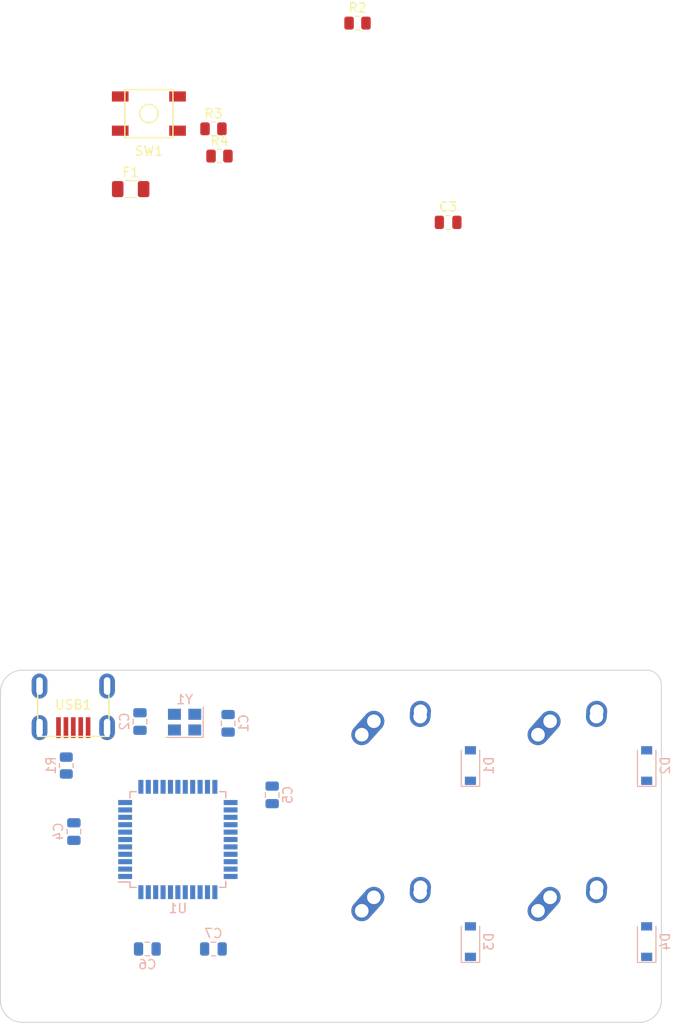
<source format=kicad_pcb>
(kicad_pcb (version 20211014) (generator pcbnew)
  (layers (0 "F.Cu" signal) (31 "B.Cu" signal) (34 "B.Paste" user) (35 "F.Paste" user) (36 "B.SilkS" user "B.Silkscreen") (37 "F.SilkS" user "F.Silkscreen") (38 "B.Mask" user) (39 "F.Mask" user) (44 "Edge.Cuts" user))
  (net 0 "")
  (net 1 "+5V")
  (net 2 "Net-(C1-Pad2)")
  (net 3 "Net-(C2-Pad2)")
  (net 4 "Net-(C3-Pad1)")
  (net 5 "ROW0")
  (net 6 "Net-(D1-Pad2)")
  (net 7 "Net-(D2-Pad2)")
  (net 8 "ROW1")
  (net 9 "Net-(D3-Pad2)")
  (net 10 "Net-(D4-Pad2)")
  (net 11 "VCC")
  (net 12 "COL0")
  (net 13 "COL1")
  (net 14 "Net-(R1-Pad1)")
  (net 15 "Net-(R2-Pad2)")
  (net 16 "D +")
  (net 17 "Net-(R3-Pad2)")
  (net 18 "D -")
  (net 19 "Net-(R4-Pad2)")
  (net 44 "GND")
  (footprint "random-keyboard-parts:Molex-0548190589" (layer "F.Cu") (at 61.849 104.902 -90)
    (fp_text reference "USB1" (at 2.032 0) (layer "F.SilkS"))
    (fp_text value "Molex-0548190589")
    (fp_line (start 5.45 -3.85) (end 5.45 3.85) (layer "F.SilkS") (width 0.15))
    (fp_line (start 0 -3.85) (end 5.45 -3.85) (layer "F.SilkS") (width 0.15))
    (fp_line (start 0 3.85) (end 5.45 3.85) (layer "F.SilkS") (width 0.15))
    (pad "1" smd rect locked (at 4.5 1.6 270) (size 2.25 0.5) (layers "F.Cu" "F.Paste" "F.Mask") (net 44 "GND"))
    (pad "2" smd rect locked (at 4.5 0.8 270) (size 2.25 0.5) (layers "F.Cu" "F.Paste" "F.Mask"))
    (pad "3" smd rect locked (at 4.5 0 270) (size 2.25 0.5) (layers "F.Cu" "F.Paste" "F.Mask") (net 16 "D +"))
    (pad "4" smd rect locked (at 4.5 -0.8 270) (size 2.25 0.5) (layers "F.Cu" "F.Paste" "F.Mask") (net 18 "D -"))
    (pad "5" smd rect locked (at 4.5 -1.6 270) (size 2.25 0.5) (layers "F.Cu" "F.Paste" "F.Mask"))
    (pad "6" thru_hole oval locked (at 0 -3.65 270) (size 2.7 1.7) (drill oval 1.9 0.7) (layers *.Cu *.Mask) (net 11 "VCC"))
    (pad "6" thru_hole oval locked (at 0 3.65 270) (size 2.7 1.7) (drill oval 1.9 0.7) (layers *.Cu *.Mask) (net 11 "VCC"))
    (pad "6" thru_hole oval locked (at 4.5 -3.65 270) (size 2.7 1.7) (drill oval 1.9 0.7) (layers *.Cu *.Mask) (net 11 "VCC"))
    (pad "6" thru_hole oval locked (at 4.5 3.65 270) (size 2.7 1.7) (drill oval 1.9 0.7) (layers *.Cu *.Mask) (net 11 "VCC"))
  )
  (footprint "MX_Alps_Hybrid:MX-1U-NoLED" (layer "F.Cu") (at 115.8875 131.7625)
    (fp_text reference "MX4")
    (fp_text value "MX-NoLED")
    (pad "" np_thru_hole circle locked (at 5.08 0 48.0996) (size 1.75 1.75) (drill 1.75) (layers *.Cu *.Mask))
    (pad "" np_thru_hole circle locked (at -5.08 0 48.0996) (size 1.75 1.75) (drill 1.75) (layers *.Cu *.Mask))
    (pad "" np_thru_hole circle locked (at 0 0) (size 3.9878 3.9878) (drill 3.9878) (layers *.Cu *.Mask))
    (pad "1" thru_hole oval locked (at -3.81 -2.54 48.0996) (size 4.211556 2.25) (drill 1.47 (offset 0.980778 0)) (layers *.Cu "B.Mask") (net 13 "COL1"))
    (pad "1" thru_hole circle locked (at -2.5 -4) (size 2.25 2.25) (drill 1.47) (layers *.Cu "B.Mask") (net 13 "COL1"))
    (pad "2" thru_hole circle locked (at 2.54 -5.08) (size 2.25 2.25) (drill 1.47) (layers *.Cu "B.Mask") (net 10 "Net-(D4-Pad2)"))
    (pad "2" thru_hole oval locked (at 2.5 -4.5 86.0548) (size 2.831378 2.25) (drill 1.47 (offset 0.290689 0)) (layers *.Cu "B.Mask") (net 10 "Net-(D4-Pad2)"))
  )
  (footprint "Capacitor_SMD:C_0805_2012Metric" (layer "F.Cu") (at 102.362 54.737)
    (fp_text reference "C3" (at 0 -1.68) (layer "F.SilkS"))
    (fp_text value "1uF")
    (fp_line (start -0.261252 0.735) (end 0.261252 0.735) (layer "F.SilkS") (width 0.12))
    (fp_line (start -0.261252 -0.735) (end 0.261252 -0.735) (layer "F.SilkS") (width 0.12))
    (pad "1" smd roundrect (at -0.95 0) (size 1 1.45) (layers "F.Cu" "F.Paste" "F.Mask") (net 4 "Net-(C3-Pad1)"))
    (pad "2" smd roundrect (at 0.95 0) (size 1 1.45) (layers "F.Cu" "F.Paste" "F.Mask") (net 1 "+5V"))
  )
  (footprint "Resistor_SMD:R_0805_2012Metric" (layer "F.Cu") (at 77.64875 47.5675)
    (fp_text reference "R4" (at 0 -1.65) (layer "F.SilkS"))
    (fp_text value "22")
    (fp_line (start -0.227064 -0.735) (end 0.227064 -0.735) (layer "F.SilkS") (width 0.12))
    (fp_line (start -0.227064 0.735) (end 0.227064 0.735) (layer "F.SilkS") (width 0.12))
    (pad "1" smd roundrect (at -0.9125 0) (size 1.025 1.4) (layers "F.Cu" "F.Paste" "F.Mask") (roundrect_rratio 0.243902) (net 18 "D -"))
    (pad "2" smd roundrect (at 0.9125 0) (size 1.025 1.4) (layers "F.Cu" "F.Paste" "F.Mask") (roundrect_rratio 0.243902) (net 19 "Net-(R4-Pad2)"))
  )
  (footprint "MX_Alps_Hybrid:MX-1U-NoLED" (layer "F.Cu") (at 96.8375 112.7125)
    (fp_text reference "MX1")
    (fp_text value "MX-NoLED")
    (pad "" np_thru_hole circle locked (at 0 0) (size 3.9878 3.9878) (drill 3.9878) (layers *.Cu *.Mask))
    (pad "" np_thru_hole circle locked (at 5.08 0 48.0996) (size 1.75 1.75) (drill 1.75) (layers *.Cu *.Mask))
    (pad "" np_thru_hole circle locked (at -5.08 0 48.0996) (size 1.75 1.75) (drill 1.75) (layers *.Cu *.Mask))
    (pad "1" thru_hole oval locked (at -3.81 -2.54 48.0996) (size 4.211556 2.25) (drill 1.47 (offset 0.980778 0)) (layers *.Cu "B.Mask") (net 12 "COL0"))
    (pad "1" thru_hole circle locked (at -2.5 -4) (size 2.25 2.25) (drill 1.47) (layers *.Cu "B.Mask") (net 12 "COL0"))
    (pad "2" thru_hole circle locked (at 2.54 -5.08) (size 2.25 2.25) (drill 1.47) (layers *.Cu "B.Mask") (net 6 "Net-(D1-Pad2)"))
    (pad "2" thru_hole oval locked (at 2.5 -4.5 86.0548) (size 2.831378 2.25) (drill 1.47 (offset 0.290689 0)) (layers *.Cu "B.Mask") (net 6 "Net-(D1-Pad2)"))
  )
  (footprint "MX_Alps_Hybrid:MX-1U-NoLED" (layer "F.Cu") (at 115.8875 112.7125)
    (fp_text reference "MX2")
    (fp_text value "MX-NoLED")
    (pad "" np_thru_hole circle locked (at 0 0) (size 3.9878 3.9878) (drill 3.9878) (layers *.Cu *.Mask))
    (pad "" np_thru_hole circle locked (at 5.08 0 48.0996) (size 1.75 1.75) (drill 1.75) (layers *.Cu *.Mask))
    (pad "" np_thru_hole circle locked (at -5.08 0 48.0996) (size 1.75 1.75) (drill 1.75) (layers *.Cu *.Mask))
    (pad "1" thru_hole oval locked (at -3.81 -2.54 48.0996) (size 4.211556 2.25) (drill 1.47 (offset 0.980778 0)) (layers *.Cu "B.Mask") (net 13 "COL1"))
    (pad "1" thru_hole circle locked (at -2.5 -4) (size 2.25 2.25) (drill 1.47) (layers *.Cu "B.Mask") (net 13 "COL1"))
    (pad "2" thru_hole oval locked (at 2.5 -4.5 86.0548) (size 2.831378 2.25) (drill 1.47 (offset 0.290689 0)) (layers *.Cu "B.Mask") (net 7 "Net-(D2-Pad2)"))
    (pad "2" thru_hole circle locked (at 2.54 -5.08) (size 2.25 2.25) (drill 1.47) (layers *.Cu "B.Mask") (net 7 "Net-(D2-Pad2)"))
  )
  (footprint "random-keyboard-parts:SKQG-1155865" (layer "F.Cu") (at 70.01875 42.9675)
    (fp_text reference "SW1" (at 0 4.064) (layer "F.SilkS"))
    (fp_text value "SW_Push")
    (fp_line (start -2.6 -2.6) (end 2.6 -2.6) (layer "F.SilkS") (width 0.15))
    (fp_line (start 2.6 2.6) (end -2.6 2.6) (layer "F.SilkS") (width 0.15))
    (fp_line (start 2.6 -2.6) (end 2.6 2.6) (layer "F.SilkS") (width 0.15))
    (fp_line (start -2.6 2.6) (end -2.6 -2.6) (layer "F.SilkS") (width 0.15))
    (fp_circle (center 0 0) (end 1 0) (layer "F.SilkS") (width 0.15) (fill none))
    (pad "1" smd rect locked (at 3.1 1.85) (size 1.8 1.1) (layers "F.Cu" "F.Paste" "F.Mask") (net 1 "+5V"))
    (pad "2" smd rect locked (at -3.1 -1.85) (size 1.8 1.1) (layers "F.Cu" "F.Paste" "F.Mask") (net 15 "Net-(R2-Pad2)"))
    (pad "3" smd rect locked (at 3.1 -1.85) (size 1.8 1.1) (layers "F.Cu" "F.Paste" "F.Mask"))
    (pad "4" smd rect locked (at -3.1 1.85) (size 1.8 1.1) (layers "F.Cu" "F.Paste" "F.Mask"))
  )
  (footprint "Resistor_SMD:R_0805_2012Metric" (layer "F.Cu") (at 92.56875 33.1775)
    (fp_text reference "R2" (at 0 -1.65) (layer "F.SilkS"))
    (fp_text value "10k")
    (fp_line (start -0.227064 0.735) (end 0.227064 0.735) (layer "F.SilkS") (width 0.12))
    (fp_line (start -0.227064 -0.735) (end 0.227064 -0.735) (layer "F.SilkS") (width 0.12))
    (pad "1" smd roundrect (at -0.9125 0) (size 1.025 1.4) (layers "F.Cu" "F.Paste" "F.Mask") (roundrect_rratio 0.243902) (net 1 "+5V"))
    (pad "2" smd roundrect (at 0.9125 0) (size 1.025 1.4) (layers "F.Cu" "F.Paste" "F.Mask") (roundrect_rratio 0.243902) (net 15 "Net-(R2-Pad2)"))
  )
  (footprint "MX_Alps_Hybrid:MX-1U-NoLED" (layer "F.Cu") (at 96.8375 131.7625)
    (fp_text reference "MX3")
    (fp_text value "MX-NoLED")
    (pad "" np_thru_hole circle locked (at 5.08 0 48.0996) (size 1.75 1.75) (drill 1.75) (layers *.Cu *.Mask))
    (pad "" np_thru_hole circle locked (at 0 0) (size 3.9878 3.9878) (drill 3.9878) (layers *.Cu *.Mask))
    (pad "" np_thru_hole circle locked (at -5.08 0 48.0996) (size 1.75 1.75) (drill 1.75) (layers *.Cu *.Mask))
    (pad "1" thru_hole circle locked (at -2.5 -4) (size 2.25 2.25) (drill 1.47) (layers *.Cu "B.Mask") (net 12 "COL0"))
    (pad "1" thru_hole oval locked (at -3.81 -2.54 48.0996) (size 4.211556 2.25) (drill 1.47 (offset 0.980778 0)) (layers *.Cu "B.Mask") (net 12 "COL0"))
    (pad "2" thru_hole circle locked (at 2.54 -5.08) (size 2.25 2.25) (drill 1.47) (layers *.Cu "B.Mask") (net 9 "Net-(D3-Pad2)"))
    (pad "2" thru_hole oval locked (at 2.5 -4.5 86.0548) (size 2.831378 2.25) (drill 1.47 (offset 0.290689 0)) (layers *.Cu "B.Mask") (net 9 "Net-(D3-Pad2)"))
  )
  (footprint "Fuse:Fuse_1206_3216Metric" (layer "F.Cu") (at 68.04875 51.1375)
    (fp_text reference "F1" (at 0 -1.82) (layer "F.SilkS"))
    (fp_text value "500mA")
    (fp_line (start -0.602064 -0.91) (end 0.602064 -0.91) (layer "F.SilkS") (width 0.12))
    (fp_line (start -0.602064 0.91) (end 0.602064 0.91) (layer "F.SilkS") (width 0.12))
    (pad "1" smd roundrect (at -1.4 0) (size 1.25 1.75) (layers "F.Cu" "F.Paste" "F.Mask") (roundrect_rratio 0.2) (net 11 "VCC"))
    (pad "2" smd roundrect (at 1.4 0) (size 1.25 1.75) (layers "F.Cu" "F.Paste" "F.Mask") (roundrect_rratio 0.2) (net 1 "+5V"))
  )
  (footprint "Resistor_SMD:R_0805_2012Metric" (layer "F.Cu") (at 76.99875 44.6175)
    (fp_text reference "R3" (at 0 -1.65) (layer "F.SilkS"))
    (fp_text value "22")
    (fp_line (start -0.227064 0.735) (end 0.227064 0.735) (layer "F.SilkS") (width 0.12))
    (fp_line (start -0.227064 -0.735) (end 0.227064 -0.735) (layer "F.SilkS") (width 0.12))
    (pad "1" smd roundrect (at -0.9125 0) (size 1.025 1.4) (layers "F.Cu" "F.Paste" "F.Mask") (roundrect_rratio 0.243902) (net 16 "D +"))
    (pad "2" smd roundrect (at 0.9125 0) (size 1.025 1.4) (layers "F.Cu" "F.Paste" "F.Mask") (roundrect_rratio 0.243902) (net 17 "Net-(R3-Pad2)"))
  )
  (footprint "Diode_SMD:D_SOD-123" (layer "B.Cu") (at 123.825 113.50625 90)
    (fp_text reference "D2" (at 0 2 90) (layer "B.SilkS") (effects (justify mirror)))
    (fp_text value "D_Small")
    (fp_line (start -2.25 1) (end -2.25 -1) (layer "B.SilkS") (width 0.12))
    (fp_line (start -2.25 -1) (end 1.65 -1) (layer "B.SilkS") (width 0.12))
    (fp_line (start -2.25 1) (end 1.65 1) (layer "B.SilkS") (width 0.12))
    (pad "1" smd rect (at -1.65 0 90) (size 0.9 1.2) (layers "B.Cu" "B.Paste" "B.Mask") (net 5 "ROW0"))
    (pad "2" smd rect (at 1.65 0 90) (size 0.9 1.2) (layers "B.Cu" "B.Paste" "B.Mask") (net 7 "Net-(D2-Pad2)"))
  )
  (footprint "Crystal:Crystal_SMD_3225-4Pin_3.2x2.5mm" (layer "B.Cu") (at 73.88225 108.80725 180)
    (fp_text reference "Y1" (at 0 2.45) (layer "B.SilkS") (effects (justify mirror)))
    (fp_text value "16MHz")
    (fp_line (start -2 1.65) (end -2 -1.65) (layer "B.SilkS") (width 0.12))
    (fp_line (start -2 -1.65) (end 2 -1.65) (layer "B.SilkS") (width 0.12))
    (pad "1" smd rect (at -1.1 -0.85 180) (size 1.4 1.2) (layers "B.Cu" "B.Paste" "B.Mask") (net 2 "Net-(C1-Pad2)"))
    (pad "2" smd rect (at 1.1 -0.85 180) (size 1.4 1.2) (layers "B.Cu" "B.Paste" "B.Mask") (net 44 "GND"))
    (pad "3" smd rect (at 1.1 0.85 180) (size 1.4 1.2) (layers "B.Cu" "B.Paste" "B.Mask") (net 3 "Net-(C2-Pad2)"))
    (pad "4" smd rect (at -1.1 0.85 180) (size 1.4 1.2) (layers "B.Cu" "B.Paste" "B.Mask") (net 44 "GND"))
  )
  (footprint "Capacitor_SMD:C_0805_2012Metric" (layer "B.Cu") (at 69.05625 108.74375 -90)
    (fp_text reference "C2" (at 0 1.68 90) (layer "B.SilkS") (effects (justify mirror)))
    (fp_text value "22pF")
    (fp_line (start -0.261252 -0.735) (end 0.261252 -0.735) (layer "B.SilkS") (width 0.12))
    (fp_line (start -0.261252 0.735) (end 0.261252 0.735) (layer "B.SilkS") (width 0.12))
    (pad "1" smd roundrect (at -0.95 0 270) (size 1 1.45) (layers "B.Cu" "B.Paste" "B.Mask") (net 3 "Net-(C2-Pad2)"))
    (pad "2" smd roundrect (at 0.95 0 270) (size 1 1.45) (layers "B.Cu" "B.Paste" "B.Mask") (net 44 "GND"))
  )
  (footprint "Capacitor_SMD:C_0805_2012Metric" (layer "B.Cu") (at 83.34375 116.68125 90)
    (fp_text reference "C5" (at 0 1.68 90) (layer "B.SilkS") (effects (justify mirror)))
    (fp_text value "0.1uF")
    (fp_line (start -0.261252 0.735) (end 0.261252 0.735) (layer "B.SilkS") (width 0.12))
    (fp_line (start -0.261252 -0.735) (end 0.261252 -0.735) (layer "B.SilkS") (width 0.12))
    (pad "1" smd roundrect (at -0.95 0 90) (size 1 1.45) (layers "B.Cu" "B.Paste" "B.Mask") (net 1 "+5V"))
    (pad "2" smd roundrect (at 0.95 0 90) (size 1 1.45) (layers "B.Cu" "B.Paste" "B.Mask") (net 44 "GND"))
  )
  (footprint "Diode_SMD:D_SOD-123" (layer "B.Cu") (at 123.825 132.55625 90)
    (fp_text reference "D4" (at 0 2 90) (layer "B.SilkS") (effects (justify mirror)))
    (fp_text value "D_Small")
    (fp_line (start -2.25 1) (end 1.65 1) (layer "B.SilkS") (width 0.12))
    (fp_line (start -2.25 -1) (end 1.65 -1) (layer "B.SilkS") (width 0.12))
    (fp_line (start -2.25 1) (end -2.25 -1) (layer "B.SilkS") (width 0.12))
    (pad "1" smd rect (at -1.65 0 90) (size 0.9 1.2) (layers "B.Cu" "B.Paste" "B.Mask") (net 8 "ROW1"))
    (pad "2" smd rect (at 1.65 0 90) (size 0.9 1.2) (layers "B.Cu" "B.Paste" "B.Mask") (net 10 "Net-(D4-Pad2)"))
  )
  (footprint "Capacitor_SMD:C_0805_2012Metric" (layer "B.Cu") (at 76.99375 133.35 180)
    (fp_text reference "C7" (at 0 1.68) (layer "B.SilkS") (effects (justify mirror)))
    (fp_text value "10uF")
    (fp_line (start -0.261252 -0.735) (end 0.261252 -0.735) (layer "B.SilkS") (width 0.12))
    (fp_line (start -0.261252 0.735) (end 0.261252 0.735) (layer "B.SilkS") (width 0.12))
    (pad "1" smd roundrect (at -0.95 0 180) (size 1 1.45) (layers "B.Cu" "B.Paste" "B.Mask") (net 1 "+5V"))
    (pad "2" smd roundrect (at 0.95 0 180) (size 1 1.45) (layers "B.Cu" "B.Paste" "B.Mask") (net 44 "GND"))
  )
  (footprint "Capacitor_SMD:C_0805_2012Metric" (layer "B.Cu") (at 61.9125 120.65 -90)
    (fp_text reference "C4" (at 0 1.68 90) (layer "B.SilkS") (effects (justify mirror)))
    (fp_text value "0.1uF")
    (fp_line (start -0.261252 0.735) (end 0.261252 0.735) (layer "B.SilkS") (width 0.12))
    (fp_line (start -0.261252 -0.735) (end 0.261252 -0.735) (layer "B.SilkS") (width 0.12))
    (pad "1" smd roundrect (at -0.95 0 270) (size 1 1.45) (layers "B.Cu" "B.Paste" "B.Mask") (net 1 "+5V"))
    (pad "2" smd roundrect (at 0.95 0 270) (size 1 1.45) (layers "B.Cu" "B.Paste" "B.Mask") (net 44 "GND"))
  )
  (footprint "Resistor_SMD:R_0805_2012Metric" (layer "B.Cu") (at 61.08875 113.50625 -90)
    (fp_text reference "R1" (at 0 1.65 90) (layer "B.SilkS") (effects (justify mirror)))
    (fp_text value "10k")
    (fp_line (start -0.227064 -0.735) (end 0.227064 -0.735) (layer "B.SilkS") (width 0.12))
    (fp_line (start -0.227064 0.735) (end 0.227064 0.735) (layer "B.SilkS") (width 0.12))
    (pad "1" smd roundrect (at -0.9125 0 270) (size 1.025 1.4) (layers "B.Cu" "B.Paste" "B.Mask") (roundrect_rratio 0.243902) (net 14 "Net-(R1-Pad1)"))
    (pad "2" smd roundrect (at 0.9125 0 270) (size 1.025 1.4) (layers "B.Cu" "B.Paste" "B.Mask") (roundrect_rratio 0.243902) (net 1 "+5V"))
  )
  (footprint "Capacitor_SMD:C_0805_2012Metric" (layer "B.Cu") (at 69.85 133.35)
    (fp_text reference "C6" (at 0 1.68) (layer "B.SilkS") (effects (justify mirror)))
    (fp_text value "0.1uF")
    (fp_line (start -0.261252 0.735) (end 0.261252 0.735) (layer "B.SilkS") (width 0.12))
    (fp_line (start -0.261252 -0.735) (end 0.261252 -0.735) (layer "B.SilkS") (width 0.12))
    (pad "1" smd roundrect (at -0.95 0) (size 1 1.45) (layers "B.Cu" "B.Paste" "B.Mask") (net 1 "+5V"))
    (pad "2" smd roundrect (at 0.95 0) (size 1 1.45) (layers "B.Cu" "B.Paste" "B.Mask") (net 44 "GND"))
  )
  (footprint "Package_QFP:TQFP-44_10x10mm_P0.8mm" (layer "B.Cu") (at 73.152 121.50725)
    (fp_text reference "U1" (at 0 7.45) (layer "B.SilkS") (effects (justify mirror)))
    (fp_text value "ATmega32U4-AU")
    (fp_line (start -5.175 -5.175) (end -5.175 -4.5) (layer "B.SilkS") (width 0.15))
    (fp_line (start 5.175 -5.175) (end 5.175 -4.5) (layer "B.SilkS") (width 0.15))
    (fp_line (start 5.175 5.175) (end 4.5 5.175) (layer "B.SilkS") (width 0.15))
    (fp_line (start 5.175 -5.175) (end 4.5 -5.175) (layer "B.SilkS") (width 0.15))
    (fp_line (start -5.175 5.175) (end -5.175 4.6) (layer "B.SilkS") (width 0.15))
    (fp_line (start 5.175 5.175) (end 5.175 4.5) (layer "B.SilkS") (width 0.15))
    (fp_line (start -5.175 -5.175) (end -4.5 -5.175) (layer "B.SilkS") (width 0.15))
    (fp_line (start -5.175 4.6) (end -6.45 4.6) (layer "B.SilkS") (width 0.15))
    (fp_line (start -5.175 5.175) (end -4.5 5.175) (layer "B.SilkS") (width 0.15))
    (pad "1" smd rect (at -5.7 4) (size 1.5 0.55) (layers "B.Cu" "B.Paste" "B.Mask"))
    (pad "2" smd rect (at -5.7 3.2) (size 1.5 0.55) (layers "B.Cu" "B.Paste" "B.Mask") (net 1 "+5V"))
    (pad "3" smd rect (at -5.7 2.4) (size 1.5 0.55) (layers "B.Cu" "B.Paste" "B.Mask") (net 19 "Net-(R4-Pad2)"))
    (pad "4" smd rect (at -5.7 1.6) (size 1.5 0.55) (layers "B.Cu" "B.Paste" "B.Mask") (net 17 "Net-(R3-Pad2)"))
    (pad "5" smd rect (at -5.7 0.8) (size 1.5 0.55) (layers "B.Cu" "B.Paste" "B.Mask") (net 44 "GND"))
    (pad "6" smd rect (at -5.7 0) (size 1.5 0.55) (layers "B.Cu" "B.Paste" "B.Mask") (net 4 "Net-(C3-Pad1)"))
    (pad "7" smd rect (at -5.7 -0.8) (size 1.5 0.55) (layers "B.Cu" "B.Paste" "B.Mask") (net 1 "+5V"))
    (pad "8" smd rect (at -5.7 -1.6) (size 1.5 0.55) (layers "B.Cu" "B.Paste" "B.Mask"))
    (pad "9" smd rect (at -5.7 -2.4) (size 1.5 0.55) (layers "B.Cu" "B.Paste" "B.Mask"))
    (pad "10" smd rect (at -5.7 -3.2) (size 1.5 0.55) (layers "B.Cu" "B.Paste" "B.Mask"))
    (pad "11" smd rect (at -5.7 -4) (size 1.5 0.55) (layers "B.Cu" "B.Paste" "B.Mask"))
    (pad "12" smd rect (at -4 -5.7 270) (size 1.5 0.55) (layers "B.Cu" "B.Paste" "B.Mask"))
    (pad "13" smd rect (at -3.2 -5.7 270) (size 1.5 0.55) (layers "B.Cu" "B.Paste" "B.Mask") (net 15 "Net-(R2-Pad2)"))
    (pad "14" smd rect (at -2.4 -5.7 270) (size 1.5 0.55) (layers "B.Cu" "B.Paste" "B.Mask") (net 1 "+5V"))
    (pad "15" smd rect (at -1.6 -5.7 270) (size 1.5 0.55) (layers "B.Cu" "B.Paste" "B.Mask") (net 44 "GND"))
    (pad "16" smd rect (at -0.8 -5.7 270) (size 1.5 0.55) (layers "B.Cu" "B.Paste" "B.Mask") (net 3 "Net-(C2-Pad2)"))
    (pad "17" smd rect (at 0 -5.7 270) (size 1.5 0.55) (layers "B.Cu" "B.Paste" "B.Mask") (net 2 "Net-(C1-Pad2)"))
    (pad "18" smd rect (at 0.8 -5.7 270) (size 1.5 0.55) (layers "B.Cu" "B.Paste" "B.Mask"))
    (pad "19" smd rect (at 1.6 -5.7 270) (size 1.5 0.55) (layers "B.Cu" "B.Paste" "B.Mask"))
    (pad "20" smd rect (at 2.4 -5.7 270) (size 1.5 0.55) (layers "B.Cu" "B.Paste" "B.Mask"))
    (pad "21" smd rect (at 3.2 -5.7 270) (size 1.5 0.55) (layers "B.Cu" "B.Paste" "B.Mask"))
    (pad "22" smd rect (at 4 -5.7 270) (size 1.5 0.55) (layers "B.Cu" "B.Paste" "B.Mask"))
    (pad "23" smd rect (at 5.7 -4) (size 1.5 0.55) (layers "B.Cu" "B.Paste" "B.Mask") (net 44 "GND"))
    (pad "24" smd rect (at 5.7 -3.2) (size 1.5 0.55) (layers "B.Cu" "B.Paste" "B.Mask") (net 1 "+5V"))
    (pad "25" smd rect (at 5.7 -2.4) (size 1.5 0.55) (layers "B.Cu" "B.Paste" "B.Mask"))
    (pad "26" smd rect (at 5.7 -1.6) (size 1.5 0.55) (layers "B.Cu" "B.Paste" "B.Mask"))
    (pad "27" smd rect (at 5.7 -0.8) (size 1.5 0.55) (layers "B.Cu" "B.Paste" "B.Mask") (net 5 "ROW0"))
    (pad "28" smd rect (at 5.7 0) (size 1.5 0.55) (layers "B.Cu" "B.Paste" "B.Mask") (net 13 "COL1"))
    (pad "29" smd rect (at 5.7 0.8) (size 1.5 0.55) (layers "B.Cu" "B.Paste" "B.Mask") (net 12 "COL0"))
    (pad "30" smd rect (at 5.7 1.6) (size 1.5 0.55) (layers "B.Cu" "B.Paste" "B.Mask") (net 8 "ROW1"))
    (pad "31" smd rect (at 5.7 2.4) (size 1.5 0.55) (layers "B.Cu" "B.Paste" "B.Mask"))
    (pad "32" smd rect (at 5.7 3.2) (size 1.5 0.55) (layers "B.Cu" "B.Paste" "B.Mask"))
    (pad "33" smd rect (at 5.7 4) (size 1.5 0.55) (layers "B.Cu" "B.Paste" "B.Mask") (net 14 "Net-(R1-Pad1)"))
    (pad "34" smd rect (at 4 5.7 270) (size 1.5 0.55) (layers "B.Cu" "B.Paste" "B.Mask") (net 1 "+5V"))
    (pad "35" smd rect (at 3.2 5.7 270) (size 1.5 0.55) (layers "B.Cu" "B.Paste" "B.Mask") (net 44 "GND"))
    (pad "36" smd rect (at 2.4 5.7 270) (size 1.5 0.55) (layers "B.Cu" "B.Paste" "B.Mask"))
    (pad "37" smd rect (at 1.6 5.7 270) (size 1.5 0.55) (layers "B.Cu" "B.Paste" "B.Mask"))
    (pad "38" smd rect (at 0.8 5.7 270) (size 1.5 0.55) (layers "B.Cu" "B.Paste" "B.Mask"))
    (pad "39" smd rect (at 0 5.7 270) (size 1.5 0.55) (layers "B.Cu" "B.Paste" "B.Mask"))
    (pad "40" smd rect (at -0.8 5.7 270) (size 1.5 0.55) (layers "B.Cu" "B.Paste" "B.Mask"))
    (pad "41" smd rect (at -1.6 5.7 270) (size 1.5 0.55) (layers "B.Cu" "B.Paste" "B.Mask"))
    (pad "42" smd rect (at -2.4 5.7 270) (size 1.5 0.55) (layers "B.Cu" "B.Paste" "B.Mask"))
    (pad "43" smd rect (at -3.2 5.7 270) (size 1.5 0.55) (layers "B.Cu" "B.Paste" "B.Mask") (net 44 "GND"))
    (pad "44" smd rect (at -4 5.7 270) (size 1.5 0.55) (layers "B.Cu" "B.Paste" "B.Mask") (net 1 "+5V"))
  )
  (footprint "Diode_SMD:D_SOD-123" (layer "B.Cu") (at 104.775 113.50625 90)
    (fp_text reference "D1" (at 0 2 90) (layer "B.SilkS") (effects (justify mirror)))
    (fp_text value "D_Small")
    (fp_line (start -2.25 -1) (end 1.65 -1) (layer "B.SilkS") (width 0.12))
    (fp_line (start -2.25 1) (end -2.25 -1) (layer "B.SilkS") (width 0.12))
    (fp_line (start -2.25 1) (end 1.65 1) (layer "B.SilkS") (width 0.12))
    (pad "1" smd rect (at -1.65 0 90) (size 0.9 1.2) (layers "B.Cu" "B.Paste" "B.Mask") (net 5 "ROW0"))
    (pad "2" smd rect (at 1.65 0 90) (size 0.9 1.2) (layers "B.Cu" "B.Paste" "B.Mask") (net 6 "Net-(D1-Pad2)"))
  )
  (footprint "Diode_SMD:D_SOD-123" (layer "B.Cu") (at 104.775 132.55625 90)
    (fp_text reference "D3" (at 0 2 90) (layer "B.SilkS") (effects (justify mirror)))
    (fp_text value "D_Small")
    (fp_line (start -2.25 1) (end 1.65 1) (layer "B.SilkS") (width 0.12))
    (fp_line (start -2.25 -1) (end 1.65 -1) (layer "B.SilkS") (width 0.12))
    (fp_line (start -2.25 1) (end -2.25 -1) (layer "B.SilkS") (width 0.12))
    (pad "1" smd rect (at -1.65 0 90) (size 0.9 1.2) (layers "B.Cu" "B.Paste" "B.Mask") (net 8 "ROW1"))
    (pad "2" smd rect (at 1.65 0 90) (size 0.9 1.2) (layers "B.Cu" "B.Paste" "B.Mask") (net 9 "Net-(D3-Pad2)"))
  )
  (footprint "Capacitor_SMD:C_0805_2012Metric" (layer "B.Cu") (at 78.58125 108.93425 90)
    (fp_text reference "C1" (at 0 1.68 90) (layer "B.SilkS") (effects (justify mirror)))
    (fp_text value "22pF")
    (fp_line (start -0.261252 0.735) (end 0.261252 0.735) (layer "B.SilkS") (width 0.12))
    (fp_line (start -0.261252 -0.735) (end 0.261252 -0.735) (layer "B.SilkS") (width 0.12))
    (pad "1" smd roundrect (at -0.95 0 90) (size 1 1.45) (layers "B.Cu" "B.Paste" "B.Mask") (net 3 "Net-(C2-Pad2)"))
    (pad "2" smd roundrect (at 0.95 0 90) (size 1 1.45) (layers "B.Cu" "B.Paste" "B.Mask") (net 44 "GND"))
  )
  (gr_line (start 125.4125 138.90625) (end 125.4125 104.775) (layer "Edge.Cuts") (width 0.1))
  (gr_arc (start 56.35625 141.2875) (mid 54.672452 140.590048) (end 53.975 138.90625) (layer "Edge.Cuts") (width 0.1))
  (gr_arc (start 125.4125 138.90625) (mid 124.715048 140.590048) (end 123.03125 141.2875) (layer "Edge.Cuts") (width 0.1))
  (gr_line (start 56.35625 103.1875) (end 123.825 103.1875) (layer "Edge.Cuts") (width 0.1))
  (gr_arc (start 123.825 103.1875) (mid 124.947532 103.652468) (end 125.4125 104.775) (layer "Edge.Cuts") (width 0.1))
  (gr_line (start 123.03125 141.2875) (end 56.35625 141.2875) (layer "Edge.Cuts") (width 0.1))
  (gr_arc (start 53.975 105.56875) (mid 54.672452 103.884952) (end 56.35625 103.1875) (layer "Edge.Cuts") (width 0.1))
  (gr_line (start 53.975 138.90625) (end 53.975 105.56875) (layer "Edge.Cuts") (width 0.1))
)
</source>
